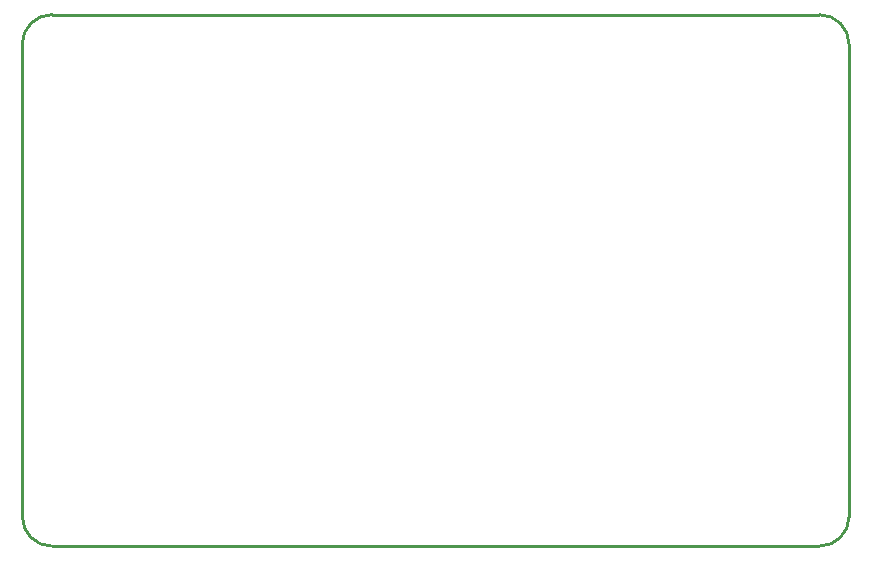
<source format=gm1>
G04*
G04 #@! TF.GenerationSoftware,Altium Limited,Altium Designer,25.4.2 (15)*
G04*
G04 Layer_Color=16711935*
%FSLAX44Y44*%
%MOMM*%
G71*
G04*
G04 #@! TF.SameCoordinates,F3998410-8278-4BEB-A66F-791B6528EB16*
G04*
G04*
G04 #@! TF.FilePolarity,Positive*
G04*
G01*
G75*
%ADD13C,0.2500*%
%ADD16C,0.2540*%
D13*
X25000Y0D02*
X675000Y-0D01*
X25000Y450000D02*
X675000Y450000D01*
D16*
X675000Y-0D02*
G03*
X700000Y25000I0J25000D01*
G01*
X0Y25000D02*
G03*
X25000Y0I25000J0D01*
G01*
X25000Y450000D02*
G03*
X0Y425000I0J-25000D01*
G01*
X700000D02*
G03*
X675000Y450000I-25000J0D01*
G01*
X-0Y425000D02*
X0Y25000D01*
X700000Y25000D02*
X700000Y425000D01*
M02*

</source>
